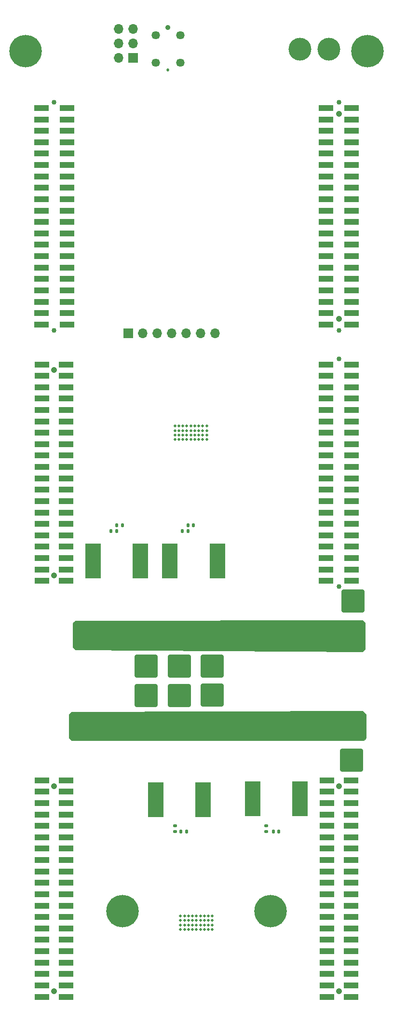
<source format=gbr>
%TF.GenerationSoftware,KiCad,Pcbnew,(6.0.10)*%
%TF.CreationDate,2023-04-24T21:45:00+09:00*%
%TF.ProjectId,qdrive_hw,71647269-7665-45f6-9877-2e6b69636164,rev?*%
%TF.SameCoordinates,Original*%
%TF.FileFunction,Soldermask,Bot*%
%TF.FilePolarity,Negative*%
%FSLAX46Y46*%
G04 Gerber Fmt 4.6, Leading zero omitted, Abs format (unit mm)*
G04 Created by KiCad (PCBNEW (6.0.10)) date 2023-04-24 21:45:00*
%MOMM*%
%LPD*%
G01*
G04 APERTURE LIST*
G04 Aperture macros list*
%AMRoundRect*
0 Rectangle with rounded corners*
0 $1 Rounding radius*
0 $2 $3 $4 $5 $6 $7 $8 $9 X,Y pos of 4 corners*
0 Add a 4 corners polygon primitive as box body*
4,1,4,$2,$3,$4,$5,$6,$7,$8,$9,$2,$3,0*
0 Add four circle primitives for the rounded corners*
1,1,$1+$1,$2,$3*
1,1,$1+$1,$4,$5*
1,1,$1+$1,$6,$7*
1,1,$1+$1,$8,$9*
0 Add four rect primitives between the rounded corners*
20,1,$1+$1,$2,$3,$4,$5,0*
20,1,$1+$1,$4,$5,$6,$7,0*
20,1,$1+$1,$6,$7,$8,$9,0*
20,1,$1+$1,$8,$9,$2,$3,0*%
G04 Aperture macros list end*
%ADD10C,0.100000*%
%ADD11C,0.200000*%
%ADD12C,0.850000*%
%ADD13RoundRect,0.250000X-1.750000X1.750000X-1.750000X-1.750000X1.750000X-1.750000X1.750000X1.750000X0*%
%ADD14RoundRect,0.250000X-1.750000X-1.750000X1.750000X-1.750000X1.750000X1.750000X-1.750000X1.750000X0*%
%ADD15C,0.500000*%
%ADD16RoundRect,0.250000X1.750000X1.750000X-1.750000X1.750000X-1.750000X-1.750000X1.750000X-1.750000X0*%
%ADD17C,4.000000*%
%ADD18C,0.520000*%
%ADD19C,0.890000*%
%ADD20C,1.460000*%
%ADD21C,5.700000*%
%ADD22C,3.600000*%
%ADD23R,1.700000X1.700000*%
%ADD24O,1.700000X1.700000*%
%ADD25C,1.050000*%
%ADD26R,2.500000X1.000000*%
%ADD27RoundRect,0.135000X0.185000X-0.135000X0.185000X0.135000X-0.185000X0.135000X-0.185000X-0.135000X0*%
%ADD28RoundRect,0.140000X0.140000X0.170000X-0.140000X0.170000X-0.140000X-0.170000X0.140000X-0.170000X0*%
%ADD29RoundRect,0.135000X0.135000X0.185000X-0.135000X0.185000X-0.135000X-0.185000X0.135000X-0.185000X0*%
%ADD30R,2.700000X6.200000*%
G04 APERTURE END LIST*
D10*
G36*
X217800000Y-167400000D02*
G01*
X217800000Y-171600000D01*
X217400000Y-172000000D01*
X166000000Y-172000000D01*
X165600000Y-171600000D01*
X165600000Y-167400000D01*
X166000000Y-167000000D01*
X217200000Y-166800000D01*
X217800000Y-167400000D01*
G37*
X217800000Y-167400000D02*
X217800000Y-171600000D01*
X217400000Y-172000000D01*
X166000000Y-172000000D01*
X165600000Y-171600000D01*
X165600000Y-167400000D01*
X166000000Y-167000000D01*
X217200000Y-166800000D01*
X217800000Y-167400000D01*
D11*
G36*
X217600000Y-151400000D02*
G01*
X217600000Y-156000000D01*
X217200000Y-156457366D01*
X166800000Y-156057366D01*
X166400000Y-155657366D01*
X166400000Y-151457366D01*
X166800000Y-151057366D01*
X217200000Y-151000000D01*
X217600000Y-151400000D01*
G37*
X217600000Y-151400000D02*
X217600000Y-156000000D01*
X217200000Y-156457366D01*
X166800000Y-156057366D01*
X166400000Y-155657366D01*
X166400000Y-151457366D01*
X166800000Y-151057366D01*
X217200000Y-151000000D01*
X217600000Y-151400000D01*
D12*
%TO.C,J204*%
X163000000Y-60000000D03*
X163000000Y-100000000D03*
%TD*%
D13*
%TO.C,J306*%
X185000000Y-159000000D03*
%TD*%
D14*
%TO.C,J401*%
X179200000Y-164100000D03*
%TD*%
D15*
%TO.C,U401*%
X187300000Y-202800000D03*
X188700000Y-204400000D03*
X190800000Y-202800000D03*
X185200000Y-205200000D03*
X190100000Y-204400000D03*
X186600000Y-204400000D03*
X189400000Y-203600000D03*
X189400000Y-204400000D03*
X190800000Y-205200000D03*
X190800000Y-204400000D03*
X188000000Y-202800000D03*
X189400000Y-205200000D03*
X187300000Y-205200000D03*
X190100000Y-203600000D03*
X190100000Y-205200000D03*
X185900000Y-205200000D03*
X190100000Y-202800000D03*
X185900000Y-204400000D03*
X188000000Y-203600000D03*
X186600000Y-202800000D03*
X185900000Y-203600000D03*
X185900000Y-202800000D03*
X186600000Y-205200000D03*
X185200000Y-203600000D03*
X188700000Y-203600000D03*
X187300000Y-203600000D03*
X186600000Y-203600000D03*
X189400000Y-202800000D03*
X190800000Y-203600000D03*
X185200000Y-204400000D03*
X187300000Y-204400000D03*
X188000000Y-204400000D03*
X185200000Y-202800000D03*
X188000000Y-205200000D03*
X188700000Y-202800000D03*
X188700000Y-205200000D03*
%TD*%
D16*
%TO.C,J302*%
X215500000Y-153500000D03*
%TD*%
D14*
%TO.C,J307*%
X179200000Y-159000000D03*
%TD*%
D17*
%TO.C,J203*%
X206200000Y-50700000D03*
X211280000Y-50700000D03*
%TD*%
D18*
%TO.C,J201*%
X183000000Y-54350000D03*
D19*
X183000000Y-46850000D03*
D20*
X180850000Y-53000000D03*
X180850000Y-48200000D03*
X185150000Y-48200000D03*
X185150000Y-53000000D03*
%TD*%
D14*
%TO.C,J309*%
X215500000Y-147500000D03*
%TD*%
%TO.C,J409*%
X215250000Y-175500000D03*
%TD*%
D21*
%TO.C,H401*%
X175000000Y-202000000D03*
%TD*%
D22*
%TO.C,H203*%
X158000000Y-51000000D03*
D21*
X158000000Y-51000000D03*
%TD*%
D14*
%TO.C,J403*%
X190800000Y-164000000D03*
%TD*%
D23*
%TO.C,J208*%
X176875000Y-52200000D03*
D24*
X174335000Y-52200000D03*
X176875000Y-49660000D03*
X174335000Y-49660000D03*
X176875000Y-47120000D03*
X174335000Y-47120000D03*
%TD*%
D25*
%TO.C,J205*%
X213000000Y-62000000D03*
X213000000Y-98000000D03*
%TD*%
D21*
%TO.C,H204*%
X218000000Y-51000000D03*
D22*
X218000000Y-51000000D03*
%TD*%
D14*
%TO.C,J402*%
X185000000Y-164100000D03*
%TD*%
D15*
%TO.C,U301*%
X184900000Y-116800000D03*
X184200000Y-117600000D03*
X186300000Y-117600000D03*
X187700000Y-119200000D03*
X188400000Y-118400000D03*
X185600000Y-116800000D03*
X184200000Y-116800000D03*
X187700000Y-117600000D03*
X188400000Y-117600000D03*
X187000000Y-119200000D03*
X187700000Y-116800000D03*
X184200000Y-119200000D03*
X189800000Y-117600000D03*
X184200000Y-118400000D03*
X184900000Y-118400000D03*
X185600000Y-118400000D03*
X187700000Y-118400000D03*
X189800000Y-119200000D03*
X184900000Y-117600000D03*
X185600000Y-119200000D03*
X187000000Y-116800000D03*
X186300000Y-116800000D03*
X185600000Y-117600000D03*
X189100000Y-119200000D03*
X189100000Y-117600000D03*
X188400000Y-116800000D03*
X189800000Y-116800000D03*
X189800000Y-118400000D03*
X189100000Y-116800000D03*
X186300000Y-118400000D03*
X186300000Y-119200000D03*
X187000000Y-117600000D03*
X184900000Y-119200000D03*
X187000000Y-118400000D03*
X188400000Y-119200000D03*
X189100000Y-118400000D03*
%TD*%
D16*
%TO.C,J405*%
X215250000Y-169500000D03*
%TD*%
D22*
%TO.C,H402*%
X201000000Y-202000000D03*
D21*
X201000000Y-202000000D03*
%TD*%
D16*
%TO.C,J301*%
X190800000Y-159000000D03*
%TD*%
D23*
%TO.C,J210*%
X176000000Y-100500000D03*
D24*
X178540000Y-100500000D03*
X181080000Y-100500000D03*
X183620000Y-100500000D03*
X186160000Y-100500000D03*
X188700000Y-100500000D03*
X191240000Y-100500000D03*
%TD*%
D12*
%TO.C,J206*%
X163000000Y-100000000D03*
X163000000Y-60000000D03*
D26*
X160750000Y-61000000D03*
X165250000Y-61000000D03*
X160750000Y-63000000D03*
X165250000Y-63000000D03*
X160750000Y-65000000D03*
X165250000Y-65000000D03*
X160750000Y-67000000D03*
X165250000Y-67000000D03*
X160750000Y-69000000D03*
X165250000Y-69000000D03*
X160750000Y-71000000D03*
X165250000Y-71000000D03*
X160750000Y-73000000D03*
X165250000Y-73000000D03*
X160750000Y-75000000D03*
X165250000Y-75000000D03*
X160750000Y-77000000D03*
X165250000Y-77000000D03*
X160750000Y-79000000D03*
X165250000Y-79000000D03*
X160750000Y-81000000D03*
X165250000Y-81000000D03*
X160750000Y-83000000D03*
X165250000Y-83000000D03*
X160750000Y-85000000D03*
X165250000Y-85000000D03*
X160750000Y-87000000D03*
X165250000Y-87000000D03*
X160750000Y-89000000D03*
X165250000Y-89000000D03*
X160750000Y-91000000D03*
X165250000Y-91000000D03*
X160750000Y-93000000D03*
X165250000Y-93000000D03*
X160750000Y-95000000D03*
X165250000Y-95000000D03*
X160750000Y-97000000D03*
X165250000Y-97000000D03*
X160750000Y-99000000D03*
X165250000Y-99000000D03*
%TD*%
D27*
%TO.C,R409*%
X184250000Y-188010000D03*
X184250000Y-186990000D03*
%TD*%
%TO.C,R415*%
X200250000Y-188010000D03*
X200250000Y-186990000D03*
%TD*%
D28*
%TO.C,C303*%
X187480000Y-134200000D03*
X186520000Y-134200000D03*
%TD*%
D29*
%TO.C,R315*%
X174010000Y-135250000D03*
X172990000Y-135250000D03*
%TD*%
D30*
%TO.C,R312*%
X191650000Y-140500000D03*
X183350000Y-140500000D03*
%TD*%
D28*
%TO.C,C305*%
X174980000Y-134250000D03*
X174020000Y-134250000D03*
%TD*%
D30*
%TO.C,R412*%
X189150000Y-182400000D03*
X180850000Y-182400000D03*
%TD*%
D25*
%TO.C,J304*%
X163000000Y-107000000D03*
X163000000Y-143000000D03*
D26*
X165125000Y-106000000D03*
X160875000Y-106000000D03*
X165125000Y-108000000D03*
X160875000Y-108000000D03*
X165125000Y-110000000D03*
X160875000Y-110000000D03*
X165125000Y-112000000D03*
X160875000Y-112000000D03*
X165125000Y-114000000D03*
X160875000Y-114000000D03*
X165125000Y-116000000D03*
X160875000Y-116000000D03*
X165125000Y-118000000D03*
X160875000Y-118000000D03*
X165125000Y-120000000D03*
X160875000Y-120000000D03*
X165125000Y-122000000D03*
X160875000Y-122000000D03*
X165125000Y-124000000D03*
X160875000Y-124000000D03*
X165125000Y-126000000D03*
X160875000Y-126000000D03*
X165125000Y-128000000D03*
X160875000Y-128000000D03*
X165125000Y-130000000D03*
X160875000Y-130000000D03*
X165125000Y-132000000D03*
X160875000Y-132000000D03*
X165125000Y-134000000D03*
X160875000Y-134000000D03*
X165125000Y-136000000D03*
X160875000Y-136000000D03*
X165125000Y-138000000D03*
X160875000Y-138000000D03*
X165125000Y-140000000D03*
X160875000Y-140000000D03*
X165125000Y-142000000D03*
X160875000Y-142000000D03*
X165125000Y-144000000D03*
X160875000Y-144000000D03*
%TD*%
D28*
%TO.C,C405*%
X202480000Y-188000000D03*
X201520000Y-188000000D03*
%TD*%
D12*
%TO.C,J207*%
X213000000Y-60000000D03*
X213000000Y-100000000D03*
D26*
X210750000Y-61000000D03*
X215250000Y-61000000D03*
X210750000Y-63000000D03*
X215250000Y-63000000D03*
X210750000Y-65000000D03*
X215250000Y-65000000D03*
X210750000Y-67000000D03*
X215250000Y-67000000D03*
X210750000Y-69000000D03*
X215250000Y-69000000D03*
X210750000Y-71000000D03*
X215250000Y-71000000D03*
X210750000Y-73000000D03*
X215250000Y-73000000D03*
X210750000Y-75000000D03*
X215250000Y-75000000D03*
X210750000Y-77000000D03*
X215250000Y-77000000D03*
X210750000Y-79000000D03*
X215250000Y-79000000D03*
X210750000Y-81000000D03*
X215250000Y-81000000D03*
X210750000Y-83000000D03*
X215250000Y-83000000D03*
X210750000Y-85000000D03*
X215250000Y-85000000D03*
X210750000Y-87000000D03*
X215250000Y-87000000D03*
X210750000Y-89000000D03*
X215250000Y-89000000D03*
X210750000Y-91000000D03*
X215250000Y-91000000D03*
X210750000Y-93000000D03*
X215250000Y-93000000D03*
X210750000Y-95000000D03*
X215250000Y-95000000D03*
X210750000Y-97000000D03*
X215250000Y-97000000D03*
X210750000Y-99000000D03*
X215250000Y-99000000D03*
%TD*%
D12*
%TO.C,J305*%
X213000000Y-105000000D03*
X213000000Y-145000000D03*
D26*
X210750000Y-106000000D03*
X215250000Y-106000000D03*
X210750000Y-108000000D03*
X215250000Y-108000000D03*
X210750000Y-110000000D03*
X215250000Y-110000000D03*
X210750000Y-112000000D03*
X215250000Y-112000000D03*
X210750000Y-114000000D03*
X215250000Y-114000000D03*
X210750000Y-116000000D03*
X215250000Y-116000000D03*
X210750000Y-118000000D03*
X215250000Y-118000000D03*
X210750000Y-120000000D03*
X215250000Y-120000000D03*
X210750000Y-122000000D03*
X215250000Y-122000000D03*
X210750000Y-124000000D03*
X215250000Y-124000000D03*
X210750000Y-126000000D03*
X215250000Y-126000000D03*
X210750000Y-128000000D03*
X215250000Y-128000000D03*
X210750000Y-130000000D03*
X215250000Y-130000000D03*
X210750000Y-132000000D03*
X215250000Y-132000000D03*
X210750000Y-134000000D03*
X215250000Y-134000000D03*
X210750000Y-136000000D03*
X215250000Y-136000000D03*
X210750000Y-138000000D03*
X215250000Y-138000000D03*
X210750000Y-140000000D03*
X215250000Y-140000000D03*
X210750000Y-142000000D03*
X215250000Y-142000000D03*
X210750000Y-144000000D03*
X215250000Y-144000000D03*
%TD*%
D30*
%TO.C,R316*%
X178150000Y-140500000D03*
X169850000Y-140500000D03*
%TD*%
D25*
%TO.C,J404*%
X163000000Y-180000000D03*
X163000000Y-216000000D03*
D26*
X160875000Y-217000000D03*
X165125000Y-217000000D03*
X160875000Y-215000000D03*
X165125000Y-215000000D03*
X160875000Y-213000000D03*
X165125000Y-213000000D03*
X160875000Y-211000000D03*
X165125000Y-211000000D03*
X160875000Y-209000000D03*
X165125000Y-209000000D03*
X160875000Y-207000000D03*
X165125000Y-207000000D03*
X160875000Y-205000000D03*
X165125000Y-205000000D03*
X160875000Y-203000000D03*
X165125000Y-203000000D03*
X160875000Y-201000000D03*
X165125000Y-201000000D03*
X160875000Y-199000000D03*
X165125000Y-199000000D03*
X160875000Y-197000000D03*
X165125000Y-197000000D03*
X160875000Y-195000000D03*
X165125000Y-195000000D03*
X160875000Y-193000000D03*
X165125000Y-193000000D03*
X160875000Y-191000000D03*
X165125000Y-191000000D03*
X160875000Y-189000000D03*
X165125000Y-189000000D03*
X160875000Y-187000000D03*
X165125000Y-187000000D03*
X160875000Y-185000000D03*
X165125000Y-185000000D03*
X160875000Y-183000000D03*
X165125000Y-183000000D03*
X160875000Y-181000000D03*
X165125000Y-181000000D03*
X160875000Y-179000000D03*
X165125000Y-179000000D03*
%TD*%
D25*
%TO.C,J408*%
X213000000Y-180000000D03*
X213000000Y-216000000D03*
D26*
X210875000Y-217000000D03*
X215125000Y-217000000D03*
X210875000Y-215000000D03*
X215125000Y-215000000D03*
X210875000Y-213000000D03*
X215125000Y-213000000D03*
X210875000Y-211000000D03*
X215125000Y-211000000D03*
X210875000Y-209000000D03*
X215125000Y-209000000D03*
X210875000Y-207000000D03*
X215125000Y-207000000D03*
X210875000Y-205000000D03*
X215125000Y-205000000D03*
X210875000Y-203000000D03*
X215125000Y-203000000D03*
X210875000Y-201000000D03*
X215125000Y-201000000D03*
X210875000Y-199000000D03*
X215125000Y-199000000D03*
X210875000Y-197000000D03*
X215125000Y-197000000D03*
X210875000Y-195000000D03*
X215125000Y-195000000D03*
X210875000Y-193000000D03*
X215125000Y-193000000D03*
X210875000Y-191000000D03*
X215125000Y-191000000D03*
X210875000Y-189000000D03*
X215125000Y-189000000D03*
X210875000Y-187000000D03*
X215125000Y-187000000D03*
X210875000Y-185000000D03*
X215125000Y-185000000D03*
X210875000Y-183000000D03*
X215125000Y-183000000D03*
X210875000Y-181000000D03*
X215125000Y-181000000D03*
X210875000Y-179000000D03*
X215125000Y-179000000D03*
%TD*%
D30*
%TO.C,R416*%
X206150000Y-182250000D03*
X197850000Y-182250000D03*
%TD*%
D29*
%TO.C,R309*%
X186510000Y-135250000D03*
X185490000Y-135250000D03*
%TD*%
D28*
%TO.C,C403*%
X186250000Y-188000000D03*
X185290000Y-188000000D03*
%TD*%
M02*

</source>
